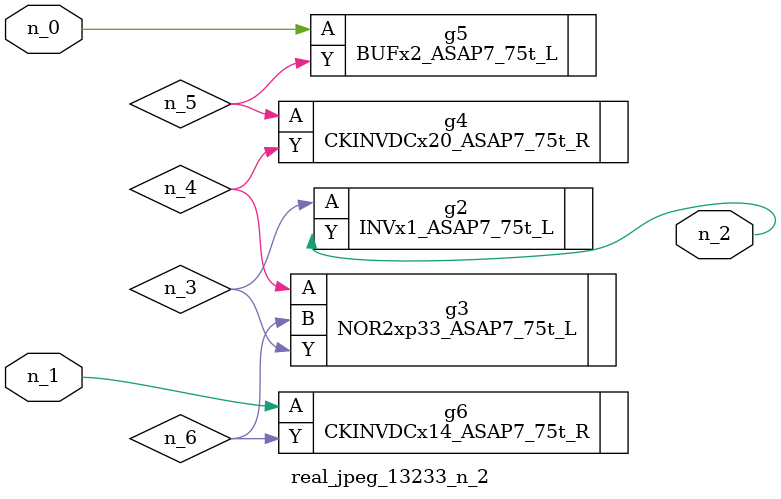
<source format=v>
module real_jpeg_13233_n_2 (n_1, n_0, n_2);

input n_1;
input n_0;

output n_2;

wire n_5;
wire n_4;
wire n_6;
wire n_3;

BUFx2_ASAP7_75t_L g5 ( 
.A(n_0),
.Y(n_5)
);

CKINVDCx14_ASAP7_75t_R g6 ( 
.A(n_1),
.Y(n_6)
);

INVx1_ASAP7_75t_L g2 ( 
.A(n_3),
.Y(n_2)
);

NOR2xp33_ASAP7_75t_L g3 ( 
.A(n_4),
.B(n_6),
.Y(n_3)
);

CKINVDCx20_ASAP7_75t_R g4 ( 
.A(n_5),
.Y(n_4)
);


endmodule
</source>
